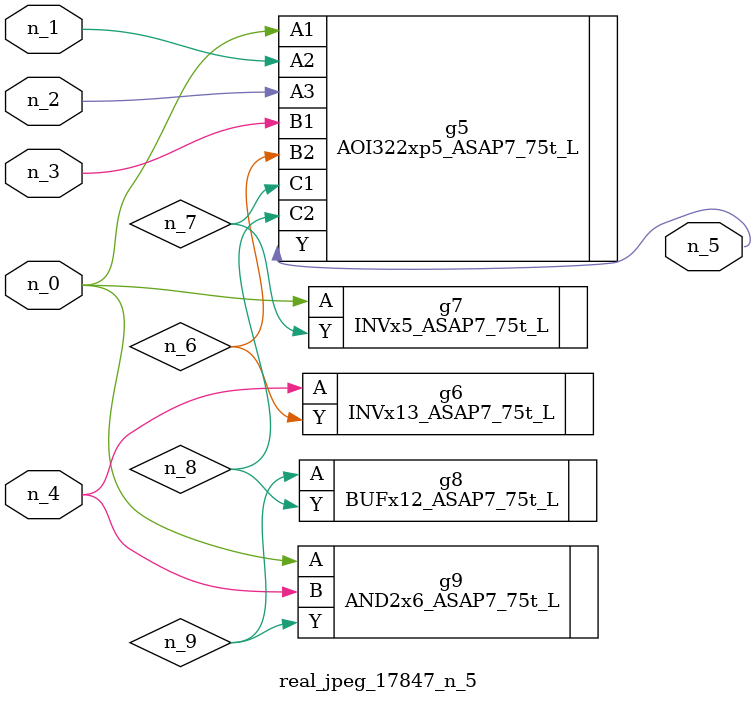
<source format=v>
module real_jpeg_17847_n_5 (n_4, n_0, n_1, n_2, n_3, n_5);

input n_4;
input n_0;
input n_1;
input n_2;
input n_3;

output n_5;

wire n_8;
wire n_6;
wire n_7;
wire n_9;

AOI322xp5_ASAP7_75t_L g5 ( 
.A1(n_0),
.A2(n_1),
.A3(n_2),
.B1(n_3),
.B2(n_6),
.C1(n_7),
.C2(n_8),
.Y(n_5)
);

INVx5_ASAP7_75t_L g7 ( 
.A(n_0),
.Y(n_7)
);

AND2x6_ASAP7_75t_L g9 ( 
.A(n_0),
.B(n_4),
.Y(n_9)
);

INVx13_ASAP7_75t_L g6 ( 
.A(n_4),
.Y(n_6)
);

BUFx12_ASAP7_75t_L g8 ( 
.A(n_9),
.Y(n_8)
);


endmodule
</source>
